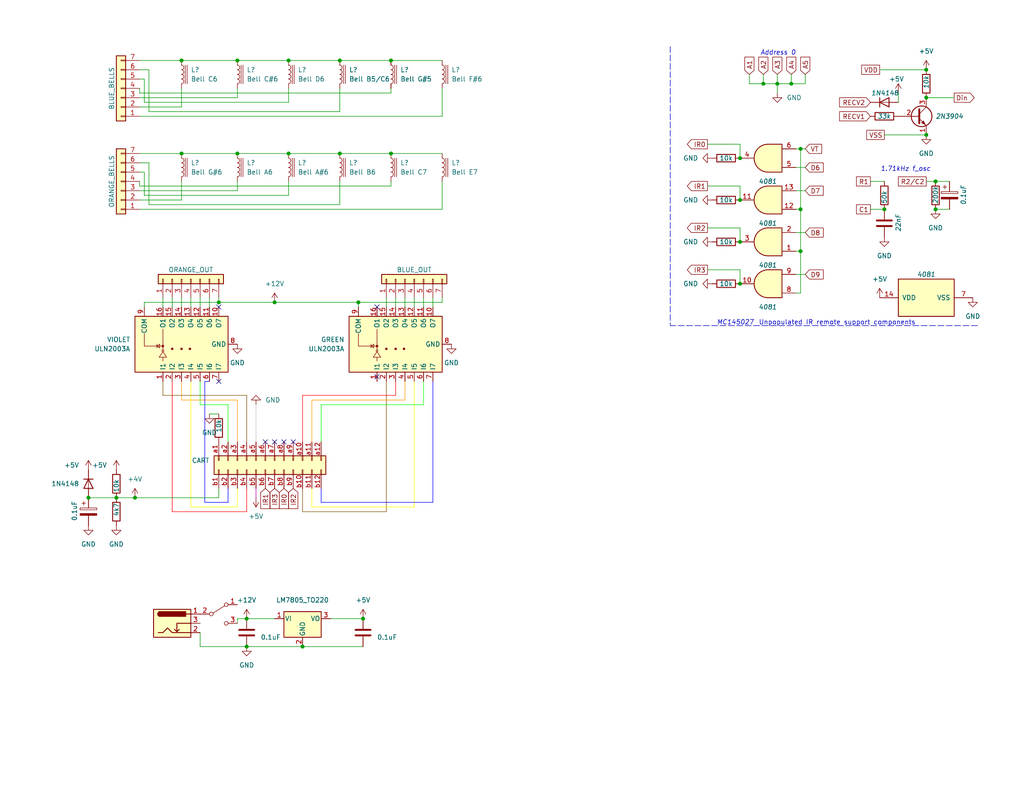
<source format=kicad_sch>
(kicad_sch (version 20211123) (generator eeschema)
  (paper "A")
  (title_block (title "Caroling Christmas Bells AUS-200") (date "2022-12-23") (company "Ye Merrie Minstrel"))
  (lib_symbols
    (symbol "4xxx:4081" (pin_names (offset 1.016))
      (property "Reference" "U" (at 0 1.27 0))
      (property "Value" "4081" (at 0 -1.27 0))
      (symbol "4081_1_1"
        (arc (start 0 -3.81) (mid 3.81 0) (end 0 3.81) (stroke (width 0.254)) (fill (type background)))
        (polyline (pts (xy 0 3.81) (xy -3.81 3.81) (xy -3.81 -3.81) (xy 0 -3.81)) (stroke (width 0.254)) (fill (type background)))
        (pin input line (at -7.62 2.54 0) (length 3.81) (name "~") (number "1"))
        (pin input line (at -7.62 -2.54 0) (length 3.81) (name "~") (number "2"))
        (pin output line (at 7.62 0 180) (length 3.81) (name "~") (number "3"))
      )
      (symbol "4081_1_2"
        (arc (start -3.81 -3.81) (mid -2.589 0) (end -3.81 3.81) (stroke (width 0.254)))
        (arc (start -0.6096 -3.81) (mid 2.1842 -2.5851) (end 3.81 0) (stroke (width 0.254)) (fill (type background)))
        (polyline (pts (xy -3.81 -3.81) (xy -0.635 -3.81)) (stroke (width 0.254)) (fill (type background)))
        (polyline (pts (xy -3.81 3.81) (xy -0.635 3.81)) (stroke (width 0.254)) (fill (type background)))
        (polyline (pts (xy -0.635 3.81) (xy -3.81 3.81) (xy -3.81 3.81) (xy -3.556 3.4036) (xy -3.0226 2.2606) (xy -2.6924 1.0414) (xy -2.6162 -0.254) (xy -2.7686 -1.4986) (xy -3.175 -2.7178) (xy -3.81 -3.81) (xy -3.81 -3.81) (xy -0.635 -3.81)) (stroke (width -25.4)) (fill (type background)))
        (arc (start 3.81 0) (mid 2.1915 2.5936) (end -0.6096 3.81) (stroke (width 0.254)) (fill (type background)))
        (pin input inverted (at -7.62 2.54 0) (length 4.318) (name "~") (number "1"))
        (pin input inverted (at -7.62 -2.54 0) (length 4.318) (name "~") (number "2"))
        (pin output inverted (at 7.62 0 180) (length 3.81) (name "~") (number "3"))
      )
      (symbol "4081_2_1"
        (arc (start 0 -3.81) (mid 3.81 0) (end 0 3.81) (stroke (width 0.254)) (fill (type background)))
        (polyline (pts (xy 0 3.81) (xy -3.81 3.81) (xy -3.81 -3.81) (xy 0 -3.81)) (stroke (width 0.254)) (fill (type background)))
        (pin output line (at 7.62 0 180) (length 3.81) (name "~") (number "4"))
        (pin input line (at -7.62 2.54 0) (length 3.81) (name "~") (number "5"))
        (pin input line (at -7.62 -2.54 0) (length 3.81) (name "~") (number "6"))
      )
      (symbol "4081_2_2"
        (arc (start -3.81 -3.81) (mid -2.589 0) (end -3.81 3.81) (stroke (width 0.254)))
        (arc (start -0.6096 -3.81) (mid 2.1842 -2.5851) (end 3.81 0) (stroke (width 0.254)) (fill (type background)))
        (polyline (pts (xy -3.81 -3.81) (xy -0.635 -3.81)) (stroke (width 0.254)) (fill (type background)))
        (polyline (pts (xy -3.81 3.81) (xy -0.635 3.81)) (stroke (width 0.254)) (fill (type background)))
        (polyline (pts (xy -0.635 3.81) (xy -3.81 3.81) (xy -3.81 3.81) (xy -3.556 3.4036) (xy -3.0226 2.2606) (xy -2.6924 1.0414) (xy -2.6162 -0.254) (xy -2.7686 -1.4986) (xy -3.175 -2.7178) (xy -3.81 -3.81) (xy -3.81 -3.81) (xy -0.635 -3.81)) (stroke (width -25.4)) (fill (type background)))
        (arc (start 3.81 0) (mid 2.1915 2.5936) (end -0.6096 3.81) (stroke (width 0.254)) (fill (type background)))
        (pin output inverted (at 7.62 0 180) (length 3.81) (name "~") (number "4"))
        (pin input inverted (at -7.62 2.54 0) (length 4.318) (name "~") (number "5"))
        (pin input inverted (at -7.62 -2.54 0) (length 4.318) (name "~") (number "6"))
      )
      (symbol "4081_3_1"
        (arc (start 0 -3.81) (mid 3.81 0) (end 0 3.81) (stroke (width 0.254)) (fill (type background)))
        (polyline (pts (xy 0 3.81) (xy -3.81 3.81) (xy -3.81 -3.81) (xy 0 -3.81)) (stroke (width 0.254)) (fill (type background)))
        (pin output line (at 7.62 0 180) (length 3.81) (name "~") (number "10"))
        (pin input line (at -7.62 2.54 0) (length 3.81) (name "~") (number "8"))
        (pin input line (at -7.62 -2.54 0) (length 3.81) (name "~") (number "9"))
      )
      (symbol "4081_3_2"
        (arc (start -3.81 -3.81) (mid -2.589 0) (end -3.81 3.81) (stroke (width 0.254)))
        (arc (start -0.6096 -3.81) (mid 2.1842 -2.5851) (end 3.81 0) (stroke (width 0.254)) (fill (type background)))
        (polyline (pts (xy -3.81 -3.81) (xy -0.635 -3.81)) (stroke (width 0.254)) (fill (type background)))
        (polyline (pts (xy -3.81 3.81) (xy -0.635 3.81)) (stroke (width 0.254)) (fill (type background)))
        (polyline (pts (xy -0.635 3.81) (xy -3.81 3.81) (xy -3.81 3.81) (xy -3.556 3.4036) (xy -3.0226 2.2606) (xy -2.6924 1.0414) (xy -2.6162 -0.254) (xy -2.7686 -1.4986) (xy -3.175 -2.7178) (xy -3.81 -3.81) (xy -3.81 -3.81) (xy -0.635 -3.81)) (stroke (width -25.4)) (fill (type background)))
        (arc (start 3.81 0) (mid 2.1915 2.5936) (end -0.6096 3.81) (stroke (width 0.254)) (fill (type background)))
        (pin output inverted (at 7.62 0 180) (length 3.81) (name "~") (number "10"))
        (pin input inverted (at -7.62 2.54 0) (length 4.318) (name "~") (number "8"))
        (pin input inverted (at -7.62 -2.54 0) (length 4.318) (name "~") (number "9"))
      )
      (symbol "4081_4_1"
        (arc (start 0 -3.81) (mid 3.81 0) (end 0 3.81) (stroke (width 0.254)) (fill (type background)))
        (polyline (pts (xy 0 3.81) (xy -3.81 3.81) (xy -3.81 -3.81) (xy 0 -3.81)) (stroke (width 0.254)) (fill (type background)))
        (pin output line (at 7.62 0 180) (length 3.81) (name "~") (number "11"))
        (pin input line (at -7.62 2.54 0) (length 3.81) (name "~") (number "12"))
        (pin input line (at -7.62 -2.54 0) (length 3.81) (name "~") (number "13"))
      )
      (symbol "4081_4_2"
        (arc (start -3.81 -3.81) (mid -2.589 0) (end -3.81 3.81) (stroke (width 0.254)))
        (arc (start -0.6096 -3.81) (mid 2.1842 -2.5851) (end 3.81 0) (stroke (width 0.254)) (fill (type background)))
        (polyline (pts (xy -3.81 -3.81) (xy -0.635 -3.81)) (stroke (width 0.254)) (fill (type background)))
        (polyline (pts (xy -3.81 3.81) (xy -0.635 3.81)) (stroke (width 0.254)) (fill (type background)))
        (polyline (pts (xy -0.635 3.81) (xy -3.81 3.81) (xy -3.81 3.81) (xy -3.556 3.4036) (xy -3.0226 2.2606) (xy -2.6924 1.0414) (xy -2.6162 -0.254) (xy -2.7686 -1.4986) (xy -3.175 -2.7178) (xy -3.81 -3.81) (xy -3.81 -3.81) (xy -0.635 -3.81)) (stroke (width -25.4)) (fill (type background)))
        (arc (start 3.81 0) (mid 2.1915 2.5936) (end -0.6096 3.81) (stroke (width 0.254)) (fill (type background)))
        (pin output inverted (at 7.62 0 180) (length 3.81) (name "~") (number "11"))
        (pin input inverted (at -7.62 2.54 0) (length 4.318) (name "~") (number "12"))
        (pin input inverted (at -7.62 -2.54 0) (length 4.318) (name "~") (number "13"))
      )
      (symbol "4081_5_0"
        (pin power_in line (at 0 12.7 270) (length 5.08) (name "VDD") (number "14"))
        (pin power_in line (at 0 -12.7 90) (length 5.08) (name "VSS") (number "7"))
      )
      (symbol "4081_5_1"
        (rectangle (start -5.08 7.62) (end 5.08 -7.62) (stroke (width 0.254)) (fill (type background)))
      )
    )
    (symbol "Connector:Barrel_Jack_Switch" (pin_names hide)
      (property "Reference" "J" (at 0 5.334 0))
      (property "Value" "Barrel_Jack_Switch" (at 0 -5.08 0))
      (symbol "Barrel_Jack_Switch_0_1"
        (rectangle (start -5.08 3.81) (end 5.08 -3.81) (stroke (width 0.254)) (fill (type background)))
        (arc (start -3.302 3.175) (mid -3.937 2.54) (end -3.302 1.905) (stroke (width 0.254)))
        (arc (start -3.302 3.175) (mid -3.937 2.54) (end -3.302 1.905) (stroke (width 0.254)) (fill (type outline)))
        (polyline (pts (xy 1.27 -2.286) (xy 1.905 -1.651)) (stroke (width 0.254)))
        (polyline (pts (xy 5.08 2.54) (xy 3.81 2.54)) (stroke (width 0.254)))
        (polyline (pts (xy 5.08 0) (xy 1.27 0) (xy 1.27 -2.286) (xy 0.635 -1.651)) (stroke (width 0.254)))
        (polyline (pts (xy -3.81 -2.54) (xy -2.54 -2.54) (xy -1.27 -1.27) (xy 0 -2.54) (xy 2.54 -2.54) (xy 5.08 -2.54)) (stroke (width 0.254)))
        (rectangle (start 3.683 3.175) (end -3.302 1.905) (stroke (width 0.254)) (fill (type outline)))
      )
      (symbol "Barrel_Jack_Switch_1_1"
        (pin passive line (at 7.62 2.54 180) (length 2.54) (name "~") (number "1"))
        (pin passive line (at 7.62 -2.54 180) (length 2.54) (name "~") (number "2"))
        (pin passive line (at 7.62 0 180) (length 2.54) (name "~") (number "3"))
      )
    )
    (symbol "Connector_Generic:Conn_01x07" (pin_names (offset 1.016) hide)
      (property "Reference" "J" (at 0 10.16 0))
      (property "Value" "Conn_01x07" (at 0 -10.16 0))
      (symbol "Conn_01x07_1_1"
        (rectangle (start -1.27 -7.493) (end 0 -7.747) (stroke (width 0.1524)))
        (rectangle (start -1.27 -4.953) (end 0 -5.207) (stroke (width 0.1524)))
        (rectangle (start -1.27 -2.413) (end 0 -2.667) (stroke (width 0.1524)))
        (rectangle (start -1.27 0.127) (end 0 -0.127) (stroke (width 0.1524)))
        (rectangle (start -1.27 2.667) (end 0 2.413) (stroke (width 0.1524)))
        (rectangle (start -1.27 5.207) (end 0 4.953) (stroke (width 0.1524)))
        (rectangle (start -1.27 7.747) (end 0 7.493) (stroke (width 0.1524)))
        (rectangle (start -1.27 8.89) (end 1.27 -8.89) (stroke (width 0.254)) (fill (type background)))
        (pin passive line (at -5.08 7.62 0) (length 3.81) (name "Pin_1") (number "1"))
        (pin passive line (at -5.08 5.08 0) (length 3.81) (name "Pin_2") (number "2"))
        (pin passive line (at -5.08 2.54 0) (length 3.81) (name "Pin_3") (number "3"))
        (pin passive line (at -5.08 0 0) (length 3.81) (name "Pin_4") (number "4"))
        (pin passive line (at -5.08 -2.54 0) (length 3.81) (name "Pin_5") (number "5"))
        (pin passive line (at -5.08 -5.08 0) (length 3.81) (name "Pin_6") (number "6"))
        (pin passive line (at -5.08 -7.62 0) (length 3.81) (name "Pin_7") (number "7"))
      )
    )
    (symbol "Connector_Generic:Conn_02x12_Row_Letter_First" (pin_names (offset 1.016) hide)
      (property "Reference" "J" (at 1.27 15.24 0))
      (property "Value" "Conn_02x12_Row_Letter_First" (at 1.27 -17.78 0))
      (symbol "Conn_02x12_Row_Letter_First_1_1"
        (rectangle (start -1.27 -15.113) (end 0 -15.367) (stroke (width 0.1524)))
        (rectangle (start -1.27 -12.573) (end 0 -12.827) (stroke (width 0.1524)))
        (rectangle (start -1.27 -10.033) (end 0 -10.287) (stroke (width 0.1524)))
        (rectangle (start -1.27 -7.493) (end 0 -7.747) (stroke (width 0.1524)))
        (rectangle (start -1.27 -4.953) (end 0 -5.207) (stroke (width 0.1524)))
        (rectangle (start -1.27 -2.413) (end 0 -2.667) (stroke (width 0.1524)))
        (rectangle (start -1.27 0.127) (end 0 -0.127) (stroke (width 0.1524)))
        (rectangle (start -1.27 2.667) (end 0 2.413) (stroke (width 0.1524)))
        (rectangle (start -1.27 5.207) (end 0 4.953) (stroke (width 0.1524)))
        (rectangle (start -1.27 7.747) (end 0 7.493) (stroke (width 0.1524)))
        (rectangle (start -1.27 10.287) (end 0 10.033) (stroke (width 0.1524)))
        (rectangle (start -1.27 12.827) (end 0 12.573) (stroke (width 0.1524)))
        (rectangle (start -1.27 13.97) (end 3.81 -16.51) (stroke (width 0.254)) (fill (type background)))
        (rectangle (start 3.81 -15.113) (end 2.54 -15.367) (stroke (width 0.1524)))
        (rectangle (start 3.81 -12.573) (end 2.54 -12.827) (stroke (width 0.1524)))
        (rectangle (start 3.81 -10.033) (end 2.54 -10.287) (stroke (width 0.1524)))
        (rectangle (start 3.81 -7.493) (end 2.54 -7.747) (stroke (width 0.1524)))
        (rectangle (start 3.81 -4.953) (end 2.54 -5.207) (stroke (width 0.1524)))
        (rectangle (start 3.81 -2.413) (end 2.54 -2.667) (stroke (width 0.1524)))
        (rectangle (start 3.81 0.127) (end 2.54 -0.127) (stroke (width 0.1524)))
        (rectangle (start 3.81 2.667) (end 2.54 2.413) (stroke (width 0.1524)))
        (rectangle (start 3.81 5.207) (end 2.54 4.953) (stroke (width 0.1524)))
        (rectangle (start 3.81 7.747) (end 2.54 7.493) (stroke (width 0.1524)))
        (rectangle (start 3.81 10.287) (end 2.54 10.033) (stroke (width 0.1524)))
        (rectangle (start 3.81 12.827) (end 2.54 12.573) (stroke (width 0.1524)))
        (pin passive line (at -5.08 12.7 0) (length 3.81) (name "Pin_a1") (number "a1"))
        (pin passive line (at -5.08 -10.16 0) (length 3.81) (name "Pin_a10") (number "a10"))
        (pin passive line (at -5.08 -12.7 0) (length 3.81) (name "Pin_a11") (number "a11"))
        (pin passive line (at -5.08 -15.24 0) (length 3.81) (name "Pin_a12") (number "a12"))
        (pin passive line (at -5.08 10.16 0) (length 3.81) (name "Pin_a2") (number "a2"))
        (pin passive line (at -5.08 7.62 0) (length 3.81) (name "Pin_a3") (number "a3"))
        (pin passive line (at -5.08 5.08 0) (length 3.81) (name "Pin_a4") (number "a4"))
        (pin passive line (at -5.08 2.54 0) (length 3.81) (name "Pin_a5") (number "a5"))
        (pin passive line (at -5.08 0 0) (length 3.81) (name "Pin_a6") (number "a6"))
        (pin passive line (at -5.08 -2.54 0) (length 3.81) (name "Pin_a7") (number "a7"))
        (pin passive line (at -5.08 -5.08 0) (length 3.81) (name "Pin_a8") (number "a8"))
        (pin passive line (at -5.08 -7.62 0) (length 3.81) (name "Pin_a9") (number "a9"))
        (pin passive line (at 7.62 12.7 180) (length 3.81) (name "Pin_b1") (number "b1"))
        (pin passive line (at 7.62 -10.16 180) (length 3.81) (name "Pin_b10") (number "b10"))
        (pin passive line (at 7.62 -12.7 180) (length 3.81) (name "Pin_b11") (number "b11"))
        (pin passive line (at 7.62 -15.24 180) (length 3.81) (name "Pin_b12") (number "b12"))
        (pin passive line (at 7.62 10.16 180) (length 3.81) (name "Pin_b2") (number "b2"))
        (pin passive line (at 7.62 7.62 180) (length 3.81) (name "Pin_b3") (number "b3"))
        (pin passive line (at 7.62 5.08 180) (length 3.81) (name "Pin_b4") (number "b4"))
        (pin passive line (at 7.62 2.54 180) (length 3.81) (name "Pin_b5") (number "b5"))
        (pin passive line (at 7.62 0 180) (length 3.81) (name "Pin_b6") (number "b6"))
        (pin passive line (at 7.62 -2.54 180) (length 3.81) (name "Pin_b7") (number "b7"))
        (pin passive line (at 7.62 -5.08 180) (length 3.81) (name "Pin_b8") (number "b8"))
        (pin passive line (at 7.62 -7.62 180) (length 3.81) (name "Pin_b9") (number "b9"))
      )
    )
    (symbol "Device:C" (pin_numbers hide) (pin_names (offset 0.254))
      (property "Reference" "C" (at 0.635 2.54 0))
      (property "Value" "C" (at 0.635 -2.54 0))
      (symbol "C_0_1"
        (polyline (pts (xy -2.032 -0.762) (xy 2.032 -0.762)) (stroke (width 0.508)))
        (polyline (pts (xy -2.032 0.762) (xy 2.032 0.762)) (stroke (width 0.508)))
      )
      (symbol "C_1_1"
        (pin passive line (at 0 3.81 270) (length 2.794) (name "~") (number "1"))
        (pin passive line (at 0 -3.81 90) (length 2.794) (name "~") (number "2"))
      )
    )
    (symbol "Device:C_Polarized" (pin_numbers hide) (pin_names (offset 0.254))
      (property "Reference" "C" (at 0.635 2.54 0))
      (property "Value" "C_Polarized" (at 0.635 -2.54 0))
      (symbol "C_Polarized_0_1"
        (rectangle (start -2.286 0.508) (end 2.286 1.016))
        (polyline (pts (xy -1.778 2.286) (xy -0.762 2.286)))
        (polyline (pts (xy -1.27 2.794) (xy -1.27 1.778)))
        (rectangle (start 2.286 -0.508) (end -2.286 -1.016) (fill (type outline)))
      )
      (symbol "C_Polarized_1_1"
        (pin passive line (at 0 3.81 270) (length 2.794) (name "~") (number "1"))
        (pin passive line (at 0 -3.81 90) (length 2.794) (name "~") (number "2"))
      )
    )
    (symbol "Device:L_Iron" (pin_numbers hide) (pin_names (offset 1.016) hide)
      (property "Reference" "L" (at -1.27 0 90))
      (property "Value" "L_Iron" (at 2.794 0 90))
      (symbol "L_Iron_0_1"
        (arc (start 0 -2.54) (mid 0.635 -1.905) (end 0 -1.27))
        (arc (start 0 -1.27) (mid 0.635 -0.635) (end 0 0))
        (polyline (pts (xy 1.016 2.54) (xy 1.016 -2.54)))
        (polyline (pts (xy 1.524 -2.54) (xy 1.524 2.54)))
        (arc (start 0 0) (mid 0.635 0.635) (end 0 1.27))
        (arc (start 0 1.27) (mid 0.635 1.905) (end 0 2.54))
      )
      (symbol "L_Iron_1_1"
        (pin passive line (at 0 3.81 270) (length 1.27) (name "1") (number "1"))
        (pin passive line (at 0 -3.81 90) (length 1.27) (name "2") (number "2"))
      )
    )
    (symbol "Device:R" (pin_numbers hide) (pin_names (offset 0))
      (property "Reference" "R" (at 2.032 0 90))
      (property "Value" "R" (at 0 0 90))
      (symbol "R_0_1"
        (rectangle (start -1.016 -2.54) (end 1.016 2.54) (stroke (width 0.254)))
      )
      (symbol "R_1_1"
        (pin passive line (at 0 3.81 270) (length 1.27) (name "~") (number "1"))
        (pin passive line (at 0 -3.81 90) (length 1.27) (name "~") (number "2"))
      )
    )
    (symbol "Diode:1N4148" (pin_numbers hide) (pin_names hide)
      (property "Reference" "D" (at 0 2.54 0))
      (property "Value" "1N4148" (at 0 -2.54 0))
      (symbol "1N4148_0_1"
        (polyline (pts (xy -1.27 1.27) (xy -1.27 -1.27)) (stroke (width 0.254)))
        (polyline (pts (xy 1.27 0) (xy -1.27 0)))
        (polyline (pts (xy 1.27 1.27) (xy 1.27 -1.27) (xy -1.27 0) (xy 1.27 1.27)) (stroke (width 0.254)))
      )
      (symbol "1N4148_1_1"
        (pin passive line (at -3.81 0 0) (length 2.54) (name "K") (number "1"))
        (pin passive line (at 3.81 0 180) (length 2.54) (name "A") (number "2"))
      )
    )
    (symbol "Regulator_Linear:LM7805_TO220" (pin_names (offset 0.254))
      (property "Reference" "U" (at -3.81 3.175 0))
      (property "Value" "LM7805_TO220" (at 0 3.175 0))
      (symbol "LM7805_TO220_0_1"
        (rectangle (start -5.08 1.905) (end 5.08 -5.08) (stroke (width 0.254)) (fill (type background)))
      )
      (symbol "LM7805_TO220_1_1"
        (pin power_in line (at -7.62 0 0) (length 2.54) (name "VI") (number "1"))
        (pin power_in line (at 0 -7.62 90) (length 2.54) (name "GND") (number "2"))
        (pin power_out line (at 7.62 0 180) (length 2.54) (name "VO") (number "3"))
      )
    )
    (symbol "Switch:SW_SPDT" (pin_names (offset 0) hide)
      (property "Reference" "SW" (at 0 4.318 0))
      (property "Value" "SW_SPDT" (at 0 -5.08 0))
      (symbol "SW_SPDT_0_0"
        (circle (center -2.032 0) (radius 0.508))
        (circle (center 2.032 -2.54) (radius 0.508))
      )
      (symbol "SW_SPDT_0_1"
        (polyline (pts (xy -1.524 0.254) (xy 1.651 2.286)))
        (circle (center 2.032 2.54) (radius 0.508))
      )
      (symbol "SW_SPDT_1_1"
        (pin passive line (at 5.08 2.54 180) (length 2.54) (name "A") (number "1"))
        (pin passive line (at -5.08 0 0) (length 2.54) (name "B") (number "2"))
        (pin passive line (at 5.08 -2.54 180) (length 2.54) (name "C") (number "3"))
      )
    )
    (symbol "Transistor_Array:ULN2003A"
      (property "Reference" "U" (at 0 15.875 0))
      (property "Value" "ULN2003A" (at 0 13.97 0))
      (symbol "ULN2003A_0_1"
        (rectangle (start -7.62 -12.7) (end 7.62 12.7) (stroke (width 0.254)) (fill (type background)))
        (circle (center -1.778 5.08) (radius 0.254))
        (circle (center -1.27 -2.286) (radius 0.254) (fill (type outline)))
        (circle (center -1.27 0) (radius 0.254) (fill (type outline)))
        (circle (center -1.27 2.54) (radius 0.254) (fill (type outline)))
        (circle (center -0.508 5.08) (radius 0.254) (fill (type outline)))
        (polyline (pts (xy -4.572 5.08) (xy -3.556 5.08)))
        (polyline (pts (xy -1.524 5.08) (xy 4.064 5.08)))
        (polyline (pts (xy 0 6.731) (xy -1.016 6.731)))
        (polyline (pts (xy -0.508 5.08) (xy -0.508 10.16) (xy 2.921 10.16)))
        (polyline (pts (xy -3.556 6.096) (xy -3.556 4.064) (xy -2.032 5.08) (xy -3.556 6.096)))
        (polyline (pts (xy 0 5.969) (xy -1.016 5.969) (xy -0.508 6.731) (xy 0 5.969)))
      )
      (symbol "ULN2003A_1_1"
        (pin input line (at -10.16 5.08 0) (length 2.54) (name "I1") (number "1"))
        (pin open_collector line (at 10.16 -10.16 180) (length 2.54) (name "O7") (number "10"))
        (pin open_collector line (at 10.16 -7.62 180) (length 2.54) (name "O6") (number "11"))
        (pin open_collector line (at 10.16 -5.08 180) (length 2.54) (name "O5") (number "12"))
        (pin open_collector line (at 10.16 -2.54 180) (length 2.54) (name "O4") (number "13"))
        (pin open_collector line (at 10.16 0 180) (length 2.54) (name "O3") (number "14"))
        (pin open_collector line (at 10.16 2.54 180) (length 2.54) (name "O2") (number "15"))
        (pin open_collector line (at 10.16 5.08 180) (length 2.54) (name "O1") (number "16"))
        (pin input line (at -10.16 2.54 0) (length 2.54) (name "I2") (number "2"))
        (pin input line (at -10.16 0 0) (length 2.54) (name "I3") (number "3"))
        (pin input line (at -10.16 -2.54 0) (length 2.54) (name "I4") (number "4"))
        (pin input line (at -10.16 -5.08 0) (length 2.54) (name "I5") (number "5"))
        (pin input line (at -10.16 -7.62 0) (length 2.54) (name "I6") (number "6"))
        (pin input line (at -10.16 -10.16 0) (length 2.54) (name "I7") (number "7"))
        (pin power_in line (at 0 -15.24 90) (length 2.54) (name "GND") (number "8"))
        (pin passive line (at 10.16 10.16 180) (length 2.54) (name "COM") (number "9"))
      )
    )
    (symbol "Transistor_BJT:2N3904" (pin_names (offset 0) hide)
      (property "Reference" "Q" (at 5.08 1.905 0))
      (property "Value" "2N3904" (at 5.08 0 0))
      (symbol "2N3904_0_1"
        (polyline (pts (xy 0.635 0.635) (xy 2.54 2.54)))
        (polyline (pts (xy 0.635 -0.635) (xy 2.54 -2.54) (xy 2.54 -2.54)))
        (polyline (pts (xy 0.635 1.905) (xy 0.635 -1.905) (xy 0.635 -1.905)) (stroke (width 0.508)))
        (polyline (pts (xy 1.27 -1.778) (xy 1.778 -1.27) (xy 2.286 -2.286) (xy 1.27 -1.778) (xy 1.27 -1.778)) (fill (type outline)))
        (circle (center 1.27 0) (radius 2.8194) (stroke (width 0.254)))
      )
      (symbol "2N3904_1_1"
        (pin passive line (at 2.54 -5.08 90) (length 2.54) (name "E") (number "1"))
        (pin passive line (at -5.08 0 0) (length 5.715) (name "B") (number "2"))
        (pin passive line (at 2.54 5.08 270) (length 2.54) (name "C") (number "3"))
      )
    )
    (symbol "power:+12V" (power) (pin_names (offset 0))
      (property "Value" "+12V" (at 0 3.556 0))
      (symbol "+12V_0_1"
        (polyline (pts (xy -0.762 1.27) (xy 0 2.54)))
        (polyline (pts (xy 0 0) (xy 0 2.54)))
        (polyline (pts (xy 0 2.54) (xy 0.762 1.27)))
      )
      (symbol "+12V_1_1"
        (pin power_in line (at 0 0 90) (length 0) hide (name "+12V") (number "1"))
      )
    )
    (symbol "power:+4V" (power) (pin_names (offset 0))
      (property "Value" "+4V" (at 0 3.556 0))
      (symbol "+4V_0_1"
        (polyline (pts (xy -0.762 1.27) (xy 0 2.54)))
        (polyline (pts (xy 0 0) (xy 0 2.54)))
        (polyline (pts (xy 0 2.54) (xy 0.762 1.27)))
      )
      (symbol "+4V_1_1"
        (pin power_in line (at 0 0 90) (length 0) hide (name "+4V") (number "1"))
      )
    )
    (symbol "power:+5V" (power) (pin_names (offset 0))
      (property "Value" "+5V" (at 0 3.556 0))
      (symbol "+5V_0_1"
        (polyline (pts (xy -0.762 1.27) (xy 0 2.54)))
        (polyline (pts (xy 0 0) (xy 0 2.54)))
        (polyline (pts (xy 0 2.54) (xy 0.762 1.27)))
      )
      (symbol "+5V_1_1"
        (pin power_in line (at 0 0 90) (length 0) hide (name "+5V") (number "1"))
      )
    )
    (symbol "power:GND" (power) (pin_names (offset 0))
      (property "Value" "GND" (at 0 -3.81 0))
      (symbol "GND_0_1"
        (polyline (pts (xy 0 0) (xy 0 -1.27) (xy 1.27 -1.27) (xy 0 -2.54) (xy -1.27 -1.27) (xy 0 -1.27)))
      )
      (symbol "GND_1_1"
        (pin power_in line (at 0 0 270) (length 0) hide (name "GND") (number "1"))
      )
    )
  )
  (junction (at 201.93 43.18))
  (junction (at 64.77 41.91))
  (junction (at 92.71 41.91))
  (junction (at 106.68 41.91))
  (junction (at 24.13 135.89))
  (junction (at 82.55 176.53))
  (junction (at 201.93 66.04))
  (junction (at 252.73 36.83))
  (junction (at 99.06 168.91))
  (junction (at 201.93 54.61))
  (junction (at 201.93 77.47))
  (junction (at 97.79 82.55))
  (junction (at 106.68 16.51))
  (junction (at 74.93 82.55))
  (junction (at 218.44 40.64))
  (junction (at 241.3 57.15))
  (junction (at 218.44 68.58))
  (junction (at 49.53 41.91))
  (junction (at 67.31 168.91))
  (junction (at 78.74 41.91))
  (junction (at 78.74 16.51))
  (junction (at 31.75 135.89))
  (junction (at 64.77 16.51))
  (junction (at 208.28 22.86))
  (junction (at 36.83 135.89))
  (junction (at 92.71 16.51))
  (junction (at 252.73 26.67))
  (junction (at 49.53 16.51))
  (junction (at 252.73 19.05))
  (junction (at 212.09 22.86))
  (junction (at 67.31 176.53))
  (junction (at 215.9 22.86))
  (junction (at 218.44 57.15))
  (junction (at 59.69 82.55))
  (junction (at 255.27 57.15))
  (junction (at 255.27 49.53))
  (no_connect (at 102.87 102.87))
  (no_connect (at 102.87 83.82))
  (no_connect (at 59.69 83.82))
  (no_connect (at 59.69 104.14))
  (no_connect (at 80.01 120.65))
  (no_connect (at 77.47 120.65))
  (no_connect (at 72.39 120.65))
  (no_connect (at 74.93 120.65))
  (wire (pts (xy 215.9 20.32) (xy 215.9 22.86)))
  (polyline (pts (xy 182.88 12.7) (xy 182.88 88.9)))
  (wire (pts (xy 212.09 22.86) (xy 215.9 22.86)))
  (wire (pts (xy 36.83 135.89) (xy 59.69 135.89)))
  (wire (pts (xy 201.93 73.66) (xy 201.93 77.47)))
  (wire (pts (xy 120.65 24.13) (xy 120.65 31.75)))
  (wire (pts (xy 49.53 16.51) (xy 64.77 16.51)))
  (wire (pts (xy 208.28 22.86) (xy 212.09 22.86)))
  (wire (pts (xy 208.28 20.32) (xy 208.28 22.86)))
  (wire (pts (xy 92.71 24.13) (xy 92.71 30.48)))
  (wire (pts (xy 106.68 25.4) (xy 38.1 25.4)))
  (wire (pts (xy 201.93 62.23) (xy 201.93 66.04)))
  (wire (pts (xy 106.68 24.13) (xy 106.68 25.4)))
  (wire (pts (xy 193.04 62.23) (xy 201.93 62.23)))
  (wire (pts (xy 64.77 26.67) (xy 38.1 26.67)))
  (wire (pts (xy 62.23 110.49) (xy 54.61 110.49)) (stroke (width 0) (color 0 255 0 1)))
  (wire (pts (xy 241.3 57.15) (xy 237.49 57.15)))
  (wire (pts (xy 40.64 19.05) (xy 38.1 19.05)))
  (wire (pts (xy 217.17 80.01) (xy 218.44 80.01)))
  (wire (pts (xy 118.11 81.28) (xy 118.11 83.82)))
  (wire (pts (xy 215.9 22.86) (xy 219.71 22.86)))
  (wire (pts (xy 64.77 41.91) (xy 78.74 41.91)))
  (wire (pts (xy 92.71 41.91) (xy 106.68 41.91)))
  (wire (pts (xy 217.17 57.15) (xy 218.44 57.15)))
  (wire (pts (xy 49.53 49.53) (xy 49.53 54.61)))
  (wire (pts (xy 97.79 82.55) (xy 120.65 82.55)))
  (wire (pts (xy 106.68 49.53) (xy 106.68 50.8)))
  (wire (pts (xy 40.64 30.48) (xy 40.64 19.05)))
  (wire (pts (xy 55.88 137.16) (xy 55.88 104.14)) (stroke (width 0) (color 0 0 255 1)))
  (wire (pts (xy 85.09 133.35) (xy 85.09 138.43)) (stroke (width 0) (color 255 255 0 1)))
  (wire (pts (xy 240.03 19.05) (xy 252.73 19.05)))
  (wire (pts (xy 106.68 41.91) (xy 120.65 41.91)))
  (wire (pts (xy 90.17 168.91) (xy 99.06 168.91)))
  (wire (pts (xy 74.93 82.55) (xy 97.79 82.55)))
  (wire (pts (xy 252.73 26.67) (xy 260.35 26.67)))
  (wire (pts (xy 201.93 50.8) (xy 201.93 54.61)))
  (wire (pts (xy 78.74 49.53) (xy 78.74 53.34)))
  (wire (pts (xy 237.49 49.53) (xy 241.3 49.53)))
  (wire (pts (xy 38.1 41.91) (xy 49.53 41.91)))
  (wire (pts (xy 54.61 81.28) (xy 54.61 83.82)))
  (wire (pts (xy 64.77 168.91) (xy 64.77 170.18)))
  (wire (pts (xy 39.37 21.59) (xy 38.1 21.59)))
  (wire (pts (xy 78.74 24.13) (xy 78.74 27.94)))
  (wire (pts (xy 218.44 68.58) (xy 218.44 80.01)))
  (wire (pts (xy 193.04 73.66) (xy 201.93 73.66)))
  (wire (pts (xy 49.53 24.13) (xy 49.53 29.21)))
  (wire (pts (xy 38.1 50.8) (xy 38.1 49.53)))
  (wire (pts (xy 39.37 82.55) (xy 59.69 82.55)))
  (wire (pts (xy 120.65 81.28) (xy 120.65 82.55)))
  (wire (pts (xy 64.77 109.22) (xy 49.53 109.22)) (stroke (width 0) (color 255 153 0 1)))
  (wire (pts (xy 52.07 81.28) (xy 52.07 83.82)))
  (wire (pts (xy 64.77 49.53) (xy 64.77 52.07)))
  (wire (pts (xy 218.44 40.64) (xy 218.44 57.15)))
  (wire (pts (xy 64.77 52.07) (xy 38.1 52.07)))
  (wire (pts (xy 78.74 16.51) (xy 92.71 16.51)))
  (wire (pts (xy 106.68 50.8) (xy 38.1 50.8)))
  (wire (pts (xy 241.3 36.83) (xy 252.73 36.83)))
  (wire (pts (xy 87.63 137.16) (xy 118.11 137.16)) (stroke (width 0) (color 0 0 255 1)))
  (polyline (pts (xy 266.7 88.9) (xy 182.88 88.9)))
  (wire (pts (xy 219.71 40.64) (xy 218.44 40.64)))
  (wire (pts (xy 219.71 45.72) (xy 217.17 45.72)))
  (wire (pts (xy 218.44 40.64) (xy 217.17 40.64)))
  (wire (pts (xy 87.63 120.65) (xy 87.63 110.49)) (stroke (width 0) (color 0 255 0 1)))
  (wire (pts (xy 82.55 120.65) (xy 82.55 107.95)) (stroke (width 0) (color 255 0 0 1)))
  (wire (pts (xy 59.69 133.35) (xy 59.69 135.89)))
  (wire (pts (xy 82.55 133.35) (xy 82.55 139.7)) (stroke (width 0) (color 128 77 0 1)))
  (wire (pts (xy 46.99 81.28) (xy 46.99 83.82)))
  (wire (pts (xy 113.03 104.14) (xy 113.03 138.43)) (stroke (width 0) (color 255 255 0 1)))
  (wire (pts (xy 97.79 82.55) (xy 97.79 83.82)))
  (wire (pts (xy 217.17 68.58) (xy 218.44 68.58)))
  (wire (pts (xy 110.49 109.22) (xy 110.49 104.14)) (stroke (width 0) (color 255 153 0 1)))
  (wire (pts (xy 64.77 168.91) (xy 67.31 168.91)))
  (wire (pts (xy 85.09 109.22) (xy 110.49 109.22)) (stroke (width 0) (color 255 153 0 1)))
  (wire (pts (xy 92.71 49.53) (xy 92.71 55.88)))
  (wire (pts (xy 212.09 22.86) (xy 212.09 25.4)))
  (wire (pts (xy 78.74 27.94) (xy 39.37 27.94)))
  (wire (pts (xy 54.61 110.49) (xy 54.61 104.14)) (stroke (width 0) (color 0 255 0 1)))
  (wire (pts (xy 105.41 139.7) (xy 105.41 104.14)) (stroke (width 0) (color 128 77 0 1)))
  (wire (pts (xy 31.75 135.89) (xy 36.83 135.89)))
  (wire (pts (xy 67.31 139.7) (xy 46.99 139.7)) (stroke (width 0) (color 255 0 0 1)))
  (wire (pts (xy 39.37 46.99) (xy 38.1 46.99)))
  (wire (pts (xy 118.11 137.16) (xy 118.11 104.14)) (stroke (width 0) (color 0 0 255 1)))
  (wire (pts (xy 219.71 20.32) (xy 219.71 22.86)))
  (wire (pts (xy 219.71 63.5) (xy 217.17 63.5)))
  (wire (pts (xy 92.71 55.88) (xy 40.64 55.88)))
  (wire (pts (xy 204.47 22.86) (xy 208.28 22.86)))
  (wire (pts (xy 64.77 120.65) (xy 64.77 109.22)) (stroke (width 0) (color 255 153 0 1)))
  (wire (pts (xy 52.07 138.43) (xy 52.07 104.14)) (stroke (width 0) (color 255 255 0 1)))
  (wire (pts (xy 44.45 104.14) (xy 44.45 107.95)) (stroke (width 0) (color 128 77 0 1)))
  (wire (pts (xy 106.68 16.51) (xy 120.65 16.51)))
  (wire (pts (xy 193.04 39.37) (xy 201.93 39.37)))
  (wire (pts (xy 49.53 41.91) (xy 64.77 41.91)))
  (wire (pts (xy 49.53 104.14) (xy 49.53 109.22)) (stroke (width 0) (color 255 153 0 1)))
  (wire (pts (xy 67.31 176.53) (xy 82.55 176.53)))
  (wire (pts (xy 49.53 29.21) (xy 38.1 29.21)))
  (wire (pts (xy 193.04 50.8) (xy 201.93 50.8)))
  (wire (pts (xy 46.99 139.7) (xy 46.99 104.14)) (stroke (width 0) (color 255 0 0 1)))
  (wire (pts (xy 67.31 120.65) (xy 67.31 107.95)) (stroke (width 0) (color 128 77 0 1)))
  (wire (pts (xy 113.03 81.28) (xy 113.03 83.82)))
  (wire (pts (xy 105.41 81.28) (xy 105.41 83.82)))
  (wire (pts (xy 62.23 120.65) (xy 62.23 110.49)) (stroke (width 0) (color 0 255 0 1)))
  (wire (pts (xy 120.65 57.15) (xy 38.1 57.15)))
  (wire (pts (xy 64.77 133.35) (xy 64.77 138.43)) (stroke (width 0) (color 255 255 0 1)))
  (wire (pts (xy 40.64 44.45) (xy 38.1 44.45)))
  (wire (pts (xy 38.1 25.4) (xy 38.1 24.13)))
  (wire (pts (xy 24.13 135.89) (xy 31.75 135.89)))
  (wire (pts (xy 92.71 16.51) (xy 106.68 16.51)))
  (wire (pts (xy 87.63 110.49) (xy 115.57 110.49)) (stroke (width 0) (color 0 255 0 1)))
  (wire (pts (xy 39.37 53.34) (xy 39.37 46.99)))
  (wire (pts (xy 92.71 30.48) (xy 40.64 30.48)))
  (wire (pts (xy 219.71 74.93) (xy 217.17 74.93)))
  (wire (pts (xy 212.09 20.32) (xy 212.09 22.86)))
  (wire (pts (xy 120.65 49.53) (xy 120.65 57.15)))
  (wire (pts (xy 69.85 110.49) (xy 69.85 120.65)) (stroke (width 0) (color 194 194 194 1)))
  (wire (pts (xy 204.47 20.32) (xy 204.47 22.86)))
  (wire (pts (xy 107.95 107.95) (xy 107.95 104.14)) (stroke (width 0) (color 255 0 0 1)))
  (wire (pts (xy 82.55 176.53) (xy 99.06 176.53)))
  (wire (pts (xy 255.27 49.53) (xy 259.08 49.53)))
  (wire (pts (xy 67.31 133.35) (xy 67.31 139.7)) (stroke (width 0) (color 255 0 0 1)))
  (wire (pts (xy 85.09 138.43) (xy 113.03 138.43)) (stroke (width 0) (color 255 255 0 1)))
  (wire (pts (xy 85.09 120.65) (xy 85.09 109.22)) (stroke (width 0) (color 255 153 0 1)))
  (wire (pts (xy 78.74 53.34) (xy 39.37 53.34)))
  (wire (pts (xy 120.65 31.75) (xy 38.1 31.75)))
  (wire (pts (xy 115.57 81.28) (xy 115.57 83.82)))
  (wire (pts (xy 115.57 110.49) (xy 115.57 104.14)) (stroke (width 0) (color 0 255 0 1)))
  (wire (pts (xy 40.64 55.88) (xy 40.64 44.45)))
  (wire (pts (xy 57.15 81.28) (xy 57.15 83.82)))
  (wire (pts (xy 110.49 81.28) (xy 110.49 83.82)))
  (wire (pts (xy 59.69 82.55) (xy 74.93 82.55)))
  (wire (pts (xy 245.11 25.4) (xy 245.11 27.94)))
  (wire (pts (xy 255.27 57.15) (xy 259.08 57.15)))
  (wire (pts (xy 218.44 57.15) (xy 218.44 68.58)))
  (wire (pts (xy 64.77 16.51) (xy 78.74 16.51)))
  (wire (pts (xy 87.63 133.35) (xy 87.63 137.16)) (stroke (width 0) (color 0 0 255 1)))
  (wire (pts (xy 219.71 52.07) (xy 217.17 52.07)))
  (wire (pts (xy 62.23 137.16) (xy 55.88 137.16)) (stroke (width 0) (color 0 0 255 1)))
  (wire (pts (xy 69.85 135.89) (xy 69.85 133.35)) (stroke (width 0) (color 194 0 194 1)))
  (wire (pts (xy 57.15 113.03) (xy 59.69 113.03)))
  (wire (pts (xy 39.37 83.82) (xy 39.37 82.55)))
  (wire (pts (xy 107.95 81.28) (xy 107.95 83.82)))
  (wire (pts (xy 64.77 138.43) (xy 52.07 138.43)) (stroke (width 0) (color 255 255 0 1)))
  (wire (pts (xy 82.55 139.7) (xy 105.41 139.7)) (stroke (width 0) (color 128 77 0 1)))
  (wire (pts (xy 67.31 168.91) (xy 74.93 168.91)))
  (wire (pts (xy 38.1 16.51) (xy 49.53 16.51)))
  (wire (pts (xy 62.23 133.35) (xy 62.23 137.16)) (stroke (width 0) (color 0 0 255 1)))
  (wire (pts (xy 44.45 81.28) (xy 44.45 83.82)))
  (wire (pts (xy 67.31 107.95) (xy 44.45 107.95)) (stroke (width 0) (color 128 77 0 1)))
  (wire (pts (xy 64.77 24.13) (xy 64.77 26.67)))
  (wire (pts (xy 67.31 176.53) (xy 54.61 176.53)))
  (wire (pts (xy 201.93 39.37) (xy 201.93 43.18)))
  (wire (pts (xy 54.61 176.53) (xy 54.61 172.72)))
  (wire (pts (xy 82.55 107.95) (xy 107.95 107.95)) (stroke (width 0) (color 255 0 0 1)))
  (wire (pts (xy 49.53 81.28) (xy 49.53 83.82)))
  (wire (pts (xy 78.74 41.91) (xy 92.71 41.91)))
  (wire (pts (xy 49.53 54.61) (xy 38.1 54.61)))
  (wire (pts (xy 55.88 104.14) (xy 57.15 104.14)) (stroke (width 0) (color 0 0 255 1)))
  (wire (pts (xy 252.73 49.53) (xy 255.27 49.53)))
  (wire (pts (xy 39.37 27.94) (xy 39.37 21.59)))
  (wire (pts (xy 59.69 81.28) (xy 59.69 82.55)))
  (text "Unpopulated IR remote support components" (at 207.01 88.9 0) (effects (font (size 1.27 1.27)) (justify left bottom)))
  (text "Address 0" (at 217.17 15.24 180) (effects (font (size 1.27 1.27) italic) (justify right bottom)))
  (text "1.71kHz f_osc" (at 254 46.99 180) (effects (font (size 1.27 1.27) italic) (justify right bottom)))
  (text "MC145027" (at 205.74 88.9 180) (effects (font (size 1.27 1.27) italic) (justify right bottom)))
  (global_label "IR1" (shape input) (at 72.39 133.35 270) (property "Intersheet References" "${INTERSHEET_REFS}" (effects hide)))
  (global_label "D6" (shape input) (at 219.71 45.72 0) (property "Intersheet References" "${INTERSHEET_REFS}" (effects hide)))
  (global_label "VDD" (shape passive) (at 240.03 19.05 180) (property "Intersheet References" "${INTERSHEET_REFS}" (effects hide)))
  (global_label "C1" (shape passive) (at 237.49 57.15 180) (property "Intersheet References" "${INTERSHEET_REFS}" (effects hide)))
  (global_label "A5" (shape input) (at 219.71 20.32 90) (property "Intersheet References" "${INTERSHEET_REFS}" (effects hide)))
  (global_label "VT" (shape input) (at 219.71 40.64 0) (property "Intersheet References" "${INTERSHEET_REFS}" (effects hide)))
  (global_label "IR3" (shape output) (at 193.04 73.66 180) (property "Intersheet References" "${INTERSHEET_REFS}" (effects hide)))
  (global_label "D7" (shape input) (at 219.71 52.07 0) (property "Intersheet References" "${INTERSHEET_REFS}" (effects hide)))
  (global_label "D9" (shape input) (at 219.71 74.93 0) (property "Intersheet References" "${INTERSHEET_REFS}" (effects hide)))
  (global_label "R1" (shape passive) (at 237.49 49.53 180) (property "Intersheet References" "${INTERSHEET_REFS}" (effects hide)))
  (global_label "A1" (shape input) (at 204.47 20.32 90) (property "Intersheet References" "${INTERSHEET_REFS}" (effects hide)))
  (global_label "A4" (shape input) (at 215.9 20.32 90) (property "Intersheet References" "${INTERSHEET_REFS}" (effects hide)))
  (global_label "IR1" (shape output) (at 193.04 50.8 180) (property "Intersheet References" "${INTERSHEET_REFS}" (effects hide)))
  (global_label "IR0" (shape output) (at 193.04 39.37 180) (property "Intersheet References" "${INTERSHEET_REFS}" (effects hide)))
  (global_label "IR0" (shape input) (at 77.47 133.35 270) (property "Intersheet References" "${INTERSHEET_REFS}" (effects hide)))
  (global_label "Din" (shape output) (at 260.35 26.67 0) (property "Intersheet References" "${INTERSHEET_REFS}" (effects hide)))
  (global_label "IR2" (shape output) (at 193.04 62.23 180) (property "Intersheet References" "${INTERSHEET_REFS}" (effects hide)))
  (global_label "IR2" (shape input) (at 80.01 133.35 270) (property "Intersheet References" "${INTERSHEET_REFS}" (effects hide)))
  (global_label "RECV1" (shape input) (at 237.49 31.75 180) (property "Intersheet References" "${INTERSHEET_REFS}" (effects hide)))
  (global_label "RECV2" (shape input) (at 237.49 27.94 180) (property "Intersheet References" "${INTERSHEET_REFS}" (effects hide)))
  (global_label "D8" (shape input) (at 219.71 63.5 0) (property "Intersheet References" "${INTERSHEET_REFS}" (effects hide)))
  (global_label "IR3" (shape input) (at 74.93 133.35 270) (property "Intersheet References" "${INTERSHEET_REFS}" (effects hide)))
  (global_label "A2" (shape input) (at 208.28 20.32 90) (property "Intersheet References" "${INTERSHEET_REFS}" (effects hide)))
  (global_label "VSS" (shape passive) (at 241.3 36.83 180) (property "Intersheet References" "${INTERSHEET_REFS}" (effects hide)))
  (global_label "A3" (shape input) (at 212.09 20.32 90) (property "Intersheet References" "${INTERSHEET_REFS}" (effects hide)))
  (global_label "R2{slash}C2" (shape passive) (at 252.73 49.53 180) (property "Intersheet References" "${INTERSHEET_REFS}" (effects hide)))
  (symbol (lib_id "4xxx:4081") (at 209.55 54.61 180) (unit 4) (on_board no)
    (property "Reference" "U?" (effects hide))
    (property "Value" "4081" (at 209.55 60.96 0) (effects (font italic)))
    (property "Datasheet" "http://www.intersil.com/content/dam/Intersil/documents/cd40/cd4073bms-81bms-82bms.pdf" (effects hide))
  )
  (symbol (lib_id "Device:L_Iron") (at 106.68 45.72 0) (unit 1)
    (property "Reference" "L?" (at 109.22 44.4499 0) (effects (justify left)))
    (property "Value" "Bell C7" (at 109.22 46.9899 0) (effects (justify left)))
  )
  (symbol (lib_id "Device:L_Iron") (at 106.68 20.32 0) (unit 1)
    (property "Reference" "L?" (at 109.22 19.0499 0) (effects (justify left)))
    (property "Value" "Bell G#5" (at 109.22 21.5899 0) (effects (justify left)))
  )
  (symbol (lib_id "Device:R") (at 252.73 22.86 180) (unit 1) (on_board no)
    (property "Reference" "R?" (effects hide))
    (property "Value" "10k" (at 252.73 24.13 90) (effects (font italic) (justify right)))
  )
  (symbol (lib_id "Regulator_Linear:LM7805_TO220") (at 82.55 168.91 0) (unit 1)
    (property "Reference" "U?" (effects hide))
    (property "Value" "LM7805_TO220" (at 82.55 163.83 0))
    (property "Footprint" "Package_TO_SOT_THT:TO-220-3_Vertical" (effects hide))
    (property "Datasheet" "https://www.onsemi.cn/PowerSolutions/document/MC7800-D.PDF" (effects hide))
  )
  (symbol (lib_id "Connector_Generic:Conn_01x07") (at 33.02 24.13 180) (unit 1)
    (property "Reference" "BLUE_BELLS" (at 30.48 24.13 90))
    (property "Value" "Conn_01x07" (effects hide))
  )
  (symbol (lib_id "power:GND") (at 194.31 66.04 270) (unit 1)
    (property "Reference" "#PWR?" (effects hide))
    (property "Value" "GND" (at 190.5 66.0401 90) (effects (justify right)))
  )
  (symbol (lib_id "Device:L_Iron") (at 92.71 20.32 0) (unit 1)
    (property "Reference" "L?" (at 95.25 19.0499 0) (effects (justify left)))
    (property "Value" "Bell B5/C6" (at 95.25 21.5899 0) (effects (justify left)))
  )
  (symbol (lib_id "power:GND") (at 265.43 81.28 0) (unit 1)
    (property "Reference" "#PWR?" (effects hide))
    (property "Value" "GND" (at 265.43 86.36 0))
  )
  (symbol (lib_id "Diode:1N4148") (at 241.3 27.94 0) (unit 1) (on_board no)
    (property "Reference" "D?" (effects hide))
    (property "Value" "1N4148" (at 245.11 25.4 0) (effects (font italic) (justify right)))
    (property "Footprint" "Diode_THT:D_DO-35_SOD27_P7.62mm_Horizontal" (effects hide))
    (property "Datasheet" "https://assets.nexperia.com/documents/data-sheet/1N4148_1N4448.pdf" (effects hide))
  )
  (symbol (lib_id "Device:R") (at 241.3 53.34 180) (unit 1) (on_board no)
    (property "Reference" "R?" (effects hide))
    (property "Value" "50k" (at 241.3 52.07 90) (effects (font italic) (justify left)))
  )
  (symbol (lib_id "power:GND") (at 31.75 143.51 0) (unit 1)
    (property "Reference" "#PWR?" (effects hide))
    (property "Value" "GND" (at 31.75 148.59 0))
  )
  (symbol (lib_id "Device:R") (at 198.12 66.04 270) (unit 1)
    (property "Reference" "R?" (effects hide))
    (property "Value" "10k" (at 198.12 66.04 90))
  )
  (symbol (lib_id "power:+5V") (at 252.73 19.05 0) (unit 1)
    (property "Reference" "#PWR?" (effects hide))
    (property "Value" "+5V" (at 252.73 13.97 0))
  )
  (symbol (lib_id "Connector:Barrel_Jack_Switch") (at 46.99 170.18 0) (unit 1)
    (property "Reference" "J?" (effects hide))
    (property "Value" "Barrel_Jack_Switch" (effects hide))
  )
  (symbol (lib_id "Device:L_Iron") (at 92.71 45.72 0) (unit 1)
    (property "Reference" "L?" (at 95.25 44.4499 0) (effects (justify left)))
    (property "Value" "Bell B6" (at 95.25 46.9899 0) (effects (justify left)))
  )
  (symbol (lib_id "Device:L_Iron") (at 78.74 45.72 0) (unit 1)
    (property "Reference" "L?" (at 81.28 44.4499 0) (effects (justify left)))
    (property "Value" "Bell A#6" (at 81.28 46.9899 0) (effects (justify left)))
  )
  (symbol (lib_id "power:GND") (at 241.3 64.77 0) (unit 1)
    (property "Reference" "#PWR?" (effects hide))
    (property "Value" "GND" (at 241.3 69.85 0))
  )
  (symbol (lib_id "Device:C_Polarized") (at 259.08 53.34 0) (unit 1) (on_board no)
    (property "Reference" "C?" (effects hide))
    (property "Value" "0.1uF" (at 262.89 53.34 90) (effects (font italic)))
  )
  (symbol (lib_id "power:GND") (at 69.85 110.49 180) (unit 1)
    (property "Reference" "#PWR?" (effects hide))
    (property "Value" "GND" (at 72.39 109.2199 0) (effects (justify right)))
  )
  (symbol (lib_id "Device:R") (at 241.3 31.75 90) (unit 1) (on_board no)
    (property "Reference" "R?" (effects hide))
    (property "Value" "33k" (at 241.3 31.75 90) (effects (font italic)))
  )
  (symbol (lib_id "4xxx:4081") (at 209.55 66.04 180) (unit 1) (on_board no)
    (property "Reference" "U?" (effects hide))
    (property "Value" "4081" (at 209.55 72.39 0) (effects (font italic)))
    (property "Datasheet" "http://www.intersil.com/content/dam/Intersil/documents/cd40/cd4073bms-81bms-82bms.pdf" (effects hide))
  )
  (symbol (lib_id "Device:C") (at 241.3 60.96 180) (unit 1)
    (property "Reference" "C?" (effects hide))
    (property "Value" "22nF" (at 245.11 58.42 90) (effects (font italic) (justify left)))
  )
  (symbol (lib_id "Device:R") (at 255.27 53.34 0) (unit 1) (on_board no)
    (property "Reference" "R?" (effects hide))
    (property "Value" "200k" (at 255.27 53.34 90) (effects (font italic)))
  )
  (symbol (lib_id "power:GND") (at 64.77 93.98 0) (unit 1)
    (property "Reference" "#PWR?" (effects hide))
    (property "Value" "GND" (at 64.77 99.06 0))
  )
  (symbol (lib_id "power:+5V") (at 31.75 128.27 0) (unit 1)
    (property "Reference" "#PWR?" (effects hide))
    (property "Value" "+5V" (at 29.21 127.0001 0) (effects (justify right)))
  )
  (symbol (lib_id "Device:L_Iron") (at 49.53 45.72 0) (unit 1)
    (property "Reference" "L?" (at 52.07 44.4499 0) (effects (justify left)))
    (property "Value" "Bell G#6" (at 52.07 46.9899 0) (effects (justify left)))
  )
  (symbol (lib_id "Device:R") (at 198.12 77.47 270) (unit 1)
    (property "Reference" "R?" (effects hide))
    (property "Value" "10k" (at 198.12 77.47 90))
  )
  (symbol (lib_id "4xxx:4081") (at 209.55 43.18 180) (unit 2) (on_board no)
    (property "Reference" "U?" (effects hide))
    (property "Value" "4081" (at 209.55 49.53 0) (effects (font italic)))
    (property "Datasheet" "http://www.intersil.com/content/dam/Intersil/documents/cd40/cd4073bms-81bms-82bms.pdf" (effects hide))
  )
  (symbol (lib_id "Transistor_BJT:2N3904") (at 250.19 31.75 0) (unit 1) (on_board no)
    (property "Reference" "Q?" (effects hide))
    (property "Value" "2N3904" (at 255.27 31.7499 0) (effects (font italic) (justify left)))
    (property "Footprint" "Package_TO_SOT_THT:TO-92_Inline" (effects hide))
    (property "Datasheet" "https://www.onsemi.com/pub/Collateral/2N3903-D.PDF" (effects hide))
  )
  (symbol (lib_id "Device:L_Iron") (at 120.65 20.32 0) (unit 1)
    (property "Reference" "L?" (at 123.19 19.0499 0) (effects (justify left)))
    (property "Value" "Bell F#6" (at 123.19 21.5899 0) (effects (justify left)))
  )
  (symbol (lib_id "Switch:SW_SPDT") (at 59.69 167.64 0) (unit 1)
    (property "Reference" "SW?" (effects hide))
    (property "Value" "SW_SPDT" (effects hide))
  )
  (symbol (lib_id "power:GND") (at 123.19 93.98 0) (unit 1)
    (property "Reference" "#PWR?" (effects hide))
    (property "Value" "GND" (at 123.19 99.06 0))
  )
  (symbol (lib_id "Device:R") (at 198.12 54.61 270) (unit 1)
    (property "Reference" "R?" (effects hide))
    (property "Value" "10k" (at 198.12 54.61 90))
  )
  (symbol (lib_id "power:+5V") (at 245.11 25.4 0) (unit 1)
    (property "Reference" "#PWR?" (effects hide))
    (property "Value" "+5V" (at 242.57 21.59 0) (effects (justify left)))
  )
  (symbol (lib_id "Transistor_Array:ULN2003A") (at 107.95 93.98 90) (unit 1)
    (property "Reference" "GREEN" (at 93.98 92.7099 90) (effects (justify left)))
    (property "Value" "ULN2003A" (at 93.98 95.2499 90) (effects (justify left)))
    (property "Datasheet" "http://www.ti.com/lit/ds/symlink/uln2003a.pdf" (effects hide))
  )
  (symbol (lib_id "Device:L_Iron") (at 64.77 45.72 0) (unit 1)
    (property "Reference" "L?" (at 67.31 44.4499 0) (effects (justify left)))
    (property "Value" "Bell A6" (at 67.31 46.9899 0) (effects (justify left)))
  )
  (symbol (lib_id "power:+5V") (at 69.85 135.89 180) (unit 1)
    (property "Reference" "#PWR?" (effects hide))
    (property "Value" "+5V" (at 69.85 140.97 0))
  )
  (symbol (lib_id "power:GND") (at 212.09 25.4 0) (unit 1)
    (property "Reference" "#PWR?" (effects hide))
    (property "Value" "GND" (at 214.63 26.6699 0) (effects (justify left)))
  )
  (symbol (lib_id "Transistor_Array:ULN2003A") (at 49.53 93.98 90) (unit 1)
    (property "Reference" "VIOLET" (at 35.56 92.7099 90) (effects (justify left)))
    (property "Value" "ULN2003A" (at 35.56 95.2499 90) (effects (justify left)))
    (property "Datasheet" "http://www.ti.com/lit/ds/symlink/uln2003a.pdf" (effects hide))
  )
  (symbol (lib_id "power:GND") (at 255.27 57.15 0) (unit 1)
    (property "Reference" "#PWR?" (effects hide))
    (property "Value" "GND" (at 255.27 62.23 0))
  )
  (symbol (lib_id "Device:L_Iron") (at 120.65 45.72 0) (unit 1)
    (property "Reference" "L?" (at 123.19 44.4499 0) (effects (justify left)))
    (property "Value" "Bell E7" (at 123.19 46.9899 0) (effects (justify left)))
  )
  (symbol (lib_id "Device:R") (at 31.75 139.7 180) (unit 1)
    (property "Reference" "R?" (effects hide))
    (property "Value" "4k7" (at 31.75 140.97 90) (effects (justify right)))
  )
  (symbol (lib_id "4xxx:4081") (at 252.73 81.28 90) (unit 5) (on_board no)
    (property "Reference" "U?" (effects hide))
    (property "Value" "4081" (at 255.27 74.93 90) (effects (font italic) (justify left)))
    (property "Datasheet" "http://www.intersil.com/content/dam/Intersil/documents/cd40/cd4073bms-81bms-82bms.pdf" (effects hide))
  )
  (symbol (lib_id "power:+5V") (at 99.06 168.91 0) (unit 1)
    (property "Reference" "#PWR?" (effects hide))
    (property "Value" "+5V" (at 99.06 163.83 0))
  )
  (symbol (lib_id "Connector_Generic:Conn_01x07") (at 52.07 76.2 90) (unit 1)
    (property "Reference" "ORANGE_OUT" (at 52.07 73.66 90))
    (property "Value" "Conn_01x07" (effects hide))
  )
  (symbol (lib_id "Device:R") (at 198.12 43.18 270) (unit 1)
    (property "Reference" "R?" (effects hide))
    (property "Value" "10k" (at 198.12 43.18 90))
  )
  (symbol (lib_id "power:GND") (at 67.31 176.53 0) (unit 1)
    (property "Reference" "#PWR?" (effects hide))
    (property "Value" "GND" (at 67.31 181.61 0))
  )
  (symbol (lib_id "power:+12V") (at 74.93 82.55 0) (unit 1)
    (property "Reference" "#PWR?" (effects hide))
    (property "Value" "+12V" (at 74.93 77.47 0))
  )
  (symbol (lib_id "Device:R") (at 31.75 132.08 0) (unit 1)
    (property "Reference" "R?" (effects hide))
    (property "Value" "10k" (at 31.75 130.81 90) (effects (justify right)))
  )
  (symbol (lib_id "power:+12V") (at 67.31 168.91 0) (unit 1)
    (property "Reference" "#PWR?" (effects hide))
    (property "Value" "+12V" (at 67.31 163.83 0))
  )
  (symbol (lib_id "Device:C_Polarized") (at 24.13 139.7 0) (unit 1)
    (property "Reference" "C?" (effects hide))
    (property "Value" "0.1uF" (at 20.32 142.24 90) (effects (justify left)))
  )
  (symbol (lib_id "Device:L_Iron") (at 64.77 20.32 0) (unit 1)
    (property "Reference" "L?" (at 67.31 19.0499 0) (effects (justify left)))
    (property "Value" "Bell C#6" (at 67.31 21.5899 0) (effects (justify left)))
  )
  (symbol (lib_id "power:GND") (at 24.13 143.51 0) (unit 1)
    (property "Reference" "#PWR?" (effects hide))
    (property "Value" "GND" (at 24.13 148.59 0))
  )
  (symbol (lib_id "power:+4V") (at 36.83 135.89 0) (unit 1)
    (property "Reference" "#PWR?" (effects hide))
    (property "Value" "+4V" (at 36.83 130.81 0))
  )
  (symbol (lib_id "Connector_Generic:Conn_02x12_Row_Letter_First") (at 72.39 125.73 90) (mirror x) (unit 1)
    (property "Reference" "CART" (at 57.15 125.7299 90) (effects (justify left)))
    (property "Value" "Conn_02x12_Row_Letter_First" (effects hide))
  )
  (symbol (lib_id "Device:R") (at 59.69 116.84 0) (unit 1)
    (property "Reference" "R?" (effects hide))
    (property "Value" "10k" (at 59.69 118.11 90) (effects (justify left)))
  )
  (symbol (lib_id "Connector_Generic:Conn_01x07") (at 113.03 76.2 90) (unit 1)
    (property "Reference" "BLUE_OUT" (at 113.03 73.66 90))
    (property "Value" "Conn_01x07" (effects hide))
  )
  (symbol (lib_id "4xxx:4081") (at 209.55 77.47 180) (unit 3) (on_board no)
    (property "Reference" "U?" (effects hide))
    (property "Value" "4081" (at 209.55 83.82 0) (effects (font italic)))
    (property "Datasheet" "http://www.intersil.com/content/dam/Intersil/documents/cd40/cd4073bms-81bms-82bms.pdf" (effects hide))
  )
  (symbol (lib_id "power:GND") (at 194.31 77.47 270) (unit 1)
    (property "Reference" "#PWR?" (effects hide))
    (property "Value" "GND" (at 190.5 77.4701 90) (effects (justify right)))
  )
  (symbol (lib_id "Device:C") (at 99.06 172.72 0) (unit 1)
    (property "Reference" "C?" (effects hide))
    (property "Value" "0.1uF" (at 102.87 173.9899 0) (effects (justify left)))
  )
  (symbol (lib_id "Device:L_Iron") (at 78.74 20.32 0) (unit 1)
    (property "Reference" "L?" (at 81.28 19.0499 0) (effects (justify left)))
    (property "Value" "Bell D6" (at 81.28 21.5899 0) (effects (justify left)))
  )
  (symbol (lib_id "Device:C") (at 67.31 172.72 0) (unit 1)
    (property "Reference" "C?" (effects hide))
    (property "Value" "0.1uF" (at 71.12 173.9899 0) (effects (justify left)))
  )
  (symbol (lib_id "Device:L_Iron") (at 49.53 20.32 0) (unit 1)
    (property "Reference" "L?" (at 52.07 19.0499 0) (effects (justify left)))
    (property "Value" "Bell C6" (at 52.07 21.5899 0) (effects (justify left)))
  )
  (symbol (lib_id "power:GND") (at 194.31 43.18 270) (unit 1)
    (property "Reference" "#PWR?" (effects hide))
    (property "Value" "GND" (at 190.5 43.1801 90) (effects (justify right)))
  )
  (symbol (lib_id "power:GND") (at 194.31 54.61 270) (unit 1)
    (property "Reference" "#PWR?" (effects hide))
    (property "Value" "GND" (at 190.5 54.6101 90) (effects (justify right)))
  )
  (symbol (lib_id "power:GND") (at 57.15 113.03 0) (unit 1)
    (property "Reference" "#PWR?" (effects hide))
    (property "Value" "GND" (at 57.15 118.11 0))
  )
  (symbol (lib_id "power:GND") (at 252.73 36.83 0) (unit 1)
    (property "Reference" "#PWR?" (effects hide))
    (property "Value" "GND" (at 252.73 41.91 0))
  )
  (symbol (lib_id "Diode:1N4148") (at 24.13 132.08 270) (unit 1)
    (property "Reference" "D?" (effects hide))
    (property "Value" "1N4148" (at 21.59 132.08 90) (effects (justify right)))
    (property "Footprint" "Diode_THT:D_DO-35_SOD27_P7.62mm_Horizontal" (effects hide))
    (property "Datasheet" "https://assets.nexperia.com/documents/data-sheet/1N4148_1N4448.pdf" (effects hide))
  )
  (symbol (lib_id "power:+5V") (at 24.13 128.27 0) (unit 1)
    (property "Reference" "#PWR?" (effects hide))
    (property "Value" "+5V" (at 21.59 127.0001 0) (effects (justify right)))
  )
  (symbol (lib_id "Connector_Generic:Conn_01x07") (at 33.02 49.53 180) (unit 1)
    (property "Reference" "ORANGE_BELLS" (at 30.48 49.53 90))
    (property "Value" "Conn_01x07" (effects hide))
  )
  (symbol (lib_id "power:+5V") (at 240.03 81.28 0) (unit 1)
    (property "Reference" "#PWR?" (effects hide))
    (property "Value" "+5V" (at 240.03 76.2 0))
  )
)
</source>
